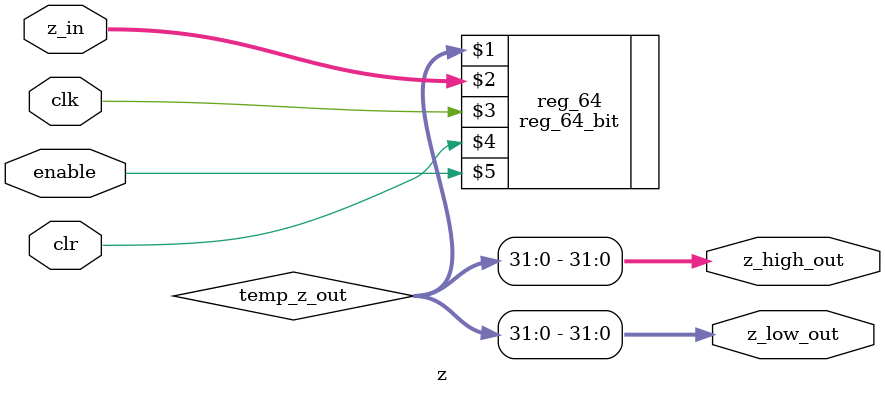
<source format=v>
`timescale 1ns/10ps

module z( output reg[31:0] z_high_out,
		  output reg[31:0] z_low_out, 
		  input [63:0] z_in, 
		  input clk, 
		  input clr, 
		  input enable);

	wire [63:0] temp_z_out;

	reg_64_bit reg_64(temp_z_out, z_in, clk, clr, enable);

	always@(*)
begin
	 z_high_out = temp_z_out[31:0];
	 z_low_out = temp_z_out[31:0];
end
endmodule
</source>
